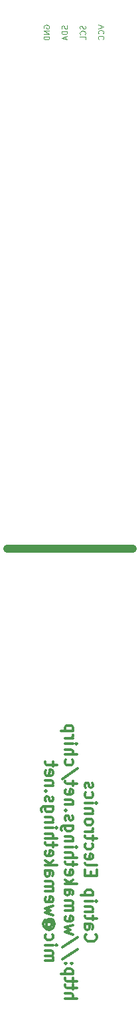
<source format=gbr>
G04 #@! TF.GenerationSoftware,KiCad,Pcbnew,6.0.0-rc1-unknown-0bceb69~66~ubuntu16.04.1*
G04 #@! TF.CreationDate,2018-12-05T15:47:40+02:00
G04 #@! TF.ProjectId,i2c-moist-sensor,6932632d-6d6f-4697-9374-2d73656e736f,rev?*
G04 #@! TF.SameCoordinates,Original*
G04 #@! TF.FileFunction,Legend,Bot*
G04 #@! TF.FilePolarity,Positive*
%FSLAX46Y46*%
G04 Gerber Fmt 4.6, Leading zero omitted, Abs format (unit mm)*
G04 Created by KiCad (PCBNEW 6.0.0-rc1-unknown-0bceb69~66~ubuntu16.04.1) date Wed 05 Dec 2018 03:47:40 PM EET*
%MOMM*%
%LPD*%
G04 APERTURE LIST*
%ADD10C,0.110000*%
%ADD11C,0.300000*%
%ADD12C,1.000000*%
%ADD13C,1.727200*%
%ADD14R,1.727200X1.727200*%
%ADD15O,1.500000X2.500000*%
%ADD16R,1.500000X2.500000*%
G04 APERTURE END LIST*
D10*
X91670000Y-24966666D02*
X91636666Y-24900000D01*
X91636666Y-24800000D01*
X91670000Y-24700000D01*
X91736666Y-24633333D01*
X91803333Y-24600000D01*
X91936666Y-24566666D01*
X92036666Y-24566666D01*
X92170000Y-24600000D01*
X92236666Y-24633333D01*
X92303333Y-24700000D01*
X92336666Y-24800000D01*
X92336666Y-24866666D01*
X92303333Y-24966666D01*
X92270000Y-25000000D01*
X92036666Y-25000000D01*
X92036666Y-24866666D01*
X92336666Y-25300000D02*
X91636666Y-25300000D01*
X92336666Y-25700000D01*
X91636666Y-25700000D01*
X92336666Y-26033333D02*
X91636666Y-26033333D01*
X91636666Y-26200000D01*
X91670000Y-26300000D01*
X91736666Y-26366666D01*
X91803333Y-26400000D01*
X91936666Y-26433333D01*
X92036666Y-26433333D01*
X92170000Y-26400000D01*
X92236666Y-26366666D01*
X92303333Y-26300000D01*
X92336666Y-26200000D01*
X92336666Y-26033333D01*
X94623333Y-24650000D02*
X94656666Y-24750000D01*
X94656666Y-24916666D01*
X94623333Y-24983333D01*
X94590000Y-25016666D01*
X94523333Y-25050000D01*
X94456666Y-25050000D01*
X94390000Y-25016666D01*
X94356666Y-24983333D01*
X94323333Y-24916666D01*
X94290000Y-24783333D01*
X94256666Y-24716666D01*
X94223333Y-24683333D01*
X94156666Y-24650000D01*
X94090000Y-24650000D01*
X94023333Y-24683333D01*
X93990000Y-24716666D01*
X93956666Y-24783333D01*
X93956666Y-24950000D01*
X93990000Y-25050000D01*
X94656666Y-25350000D02*
X93956666Y-25350000D01*
X93956666Y-25516666D01*
X93990000Y-25616666D01*
X94056666Y-25683333D01*
X94123333Y-25716666D01*
X94256666Y-25750000D01*
X94356666Y-25750000D01*
X94490000Y-25716666D01*
X94556666Y-25683333D01*
X94623333Y-25616666D01*
X94656666Y-25516666D01*
X94656666Y-25350000D01*
X94456666Y-26016666D02*
X94456666Y-26350000D01*
X94656666Y-25950000D02*
X93956666Y-26183333D01*
X94656666Y-26416666D01*
X96943333Y-24666666D02*
X96976666Y-24766666D01*
X96976666Y-24933333D01*
X96943333Y-25000000D01*
X96910000Y-25033333D01*
X96843333Y-25066666D01*
X96776666Y-25066666D01*
X96710000Y-25033333D01*
X96676666Y-25000000D01*
X96643333Y-24933333D01*
X96610000Y-24800000D01*
X96576666Y-24733333D01*
X96543333Y-24700000D01*
X96476666Y-24666666D01*
X96410000Y-24666666D01*
X96343333Y-24700000D01*
X96310000Y-24733333D01*
X96276666Y-24800000D01*
X96276666Y-24966666D01*
X96310000Y-25066666D01*
X96910000Y-25766666D02*
X96943333Y-25733333D01*
X96976666Y-25633333D01*
X96976666Y-25566666D01*
X96943333Y-25466666D01*
X96876666Y-25400000D01*
X96810000Y-25366666D01*
X96676666Y-25333333D01*
X96576666Y-25333333D01*
X96443333Y-25366666D01*
X96376666Y-25400000D01*
X96310000Y-25466666D01*
X96276666Y-25566666D01*
X96276666Y-25633333D01*
X96310000Y-25733333D01*
X96343333Y-25766666D01*
X96976666Y-26400000D02*
X96976666Y-26066666D01*
X96276666Y-26066666D01*
X98596666Y-24566666D02*
X99296666Y-24800000D01*
X98596666Y-25033333D01*
X99230000Y-25666666D02*
X99263333Y-25633333D01*
X99296666Y-25533333D01*
X99296666Y-25466666D01*
X99263333Y-25366666D01*
X99196666Y-25300000D01*
X99130000Y-25266666D01*
X98996666Y-25233333D01*
X98896666Y-25233333D01*
X98763333Y-25266666D01*
X98696666Y-25300000D01*
X98630000Y-25366666D01*
X98596666Y-25466666D01*
X98596666Y-25533333D01*
X98630000Y-25633333D01*
X98663333Y-25666666D01*
X99230000Y-26366666D02*
X99263333Y-26333333D01*
X99296666Y-26233333D01*
X99296666Y-26166666D01*
X99263333Y-26066666D01*
X99196666Y-26000000D01*
X99130000Y-25966666D01*
X98996666Y-25933333D01*
X98896666Y-25933333D01*
X98763333Y-25966666D01*
X98696666Y-26000000D01*
X98630000Y-26066666D01*
X98596666Y-26166666D01*
X98596666Y-26233333D01*
X98630000Y-26333333D01*
X98663333Y-26366666D01*
D11*
X97064285Y-139892857D02*
X96992857Y-139964285D01*
X96921428Y-140178571D01*
X96921428Y-140321428D01*
X96992857Y-140535714D01*
X97135714Y-140678571D01*
X97278571Y-140750000D01*
X97564285Y-140821428D01*
X97778571Y-140821428D01*
X98064285Y-140750000D01*
X98207142Y-140678571D01*
X98350000Y-140535714D01*
X98421428Y-140321428D01*
X98421428Y-140178571D01*
X98350000Y-139964285D01*
X98278571Y-139892857D01*
X96921428Y-138607142D02*
X97707142Y-138607142D01*
X97850000Y-138678571D01*
X97921428Y-138821428D01*
X97921428Y-139107142D01*
X97850000Y-139250000D01*
X96992857Y-138607142D02*
X96921428Y-138750000D01*
X96921428Y-139107142D01*
X96992857Y-139250000D01*
X97135714Y-139321428D01*
X97278571Y-139321428D01*
X97421428Y-139250000D01*
X97492857Y-139107142D01*
X97492857Y-138750000D01*
X97564285Y-138607142D01*
X97921428Y-138107142D02*
X97921428Y-137535714D01*
X98421428Y-137892857D02*
X97135714Y-137892857D01*
X96992857Y-137821428D01*
X96921428Y-137678571D01*
X96921428Y-137535714D01*
X97921428Y-137035714D02*
X96921428Y-137035714D01*
X97778571Y-137035714D02*
X97850000Y-136964285D01*
X97921428Y-136821428D01*
X97921428Y-136607142D01*
X97850000Y-136464285D01*
X97707142Y-136392857D01*
X96921428Y-136392857D01*
X96921428Y-135678571D02*
X97921428Y-135678571D01*
X98421428Y-135678571D02*
X98350000Y-135750000D01*
X98278571Y-135678571D01*
X98350000Y-135607142D01*
X98421428Y-135678571D01*
X98278571Y-135678571D01*
X97921428Y-134964285D02*
X96421428Y-134964285D01*
X97850000Y-134964285D02*
X97921428Y-134821428D01*
X97921428Y-134535714D01*
X97850000Y-134392857D01*
X97778571Y-134321428D01*
X97635714Y-134250000D01*
X97207142Y-134250000D01*
X97064285Y-134321428D01*
X96992857Y-134392857D01*
X96921428Y-134535714D01*
X96921428Y-134821428D01*
X96992857Y-134964285D01*
X97707142Y-132464285D02*
X97707142Y-131964285D01*
X96921428Y-131750000D02*
X96921428Y-132464285D01*
X98421428Y-132464285D01*
X98421428Y-131750000D01*
X96921428Y-130892857D02*
X96992857Y-131035714D01*
X97135714Y-131107142D01*
X98421428Y-131107142D01*
X96992857Y-129750000D02*
X96921428Y-129892857D01*
X96921428Y-130178571D01*
X96992857Y-130321428D01*
X97135714Y-130392857D01*
X97707142Y-130392857D01*
X97850000Y-130321428D01*
X97921428Y-130178571D01*
X97921428Y-129892857D01*
X97850000Y-129750000D01*
X97707142Y-129678571D01*
X97564285Y-129678571D01*
X97421428Y-130392857D01*
X96992857Y-128392857D02*
X96921428Y-128535714D01*
X96921428Y-128821428D01*
X96992857Y-128964285D01*
X97064285Y-129035714D01*
X97207142Y-129107142D01*
X97635714Y-129107142D01*
X97778571Y-129035714D01*
X97850000Y-128964285D01*
X97921428Y-128821428D01*
X97921428Y-128535714D01*
X97850000Y-128392857D01*
X97921428Y-127964285D02*
X97921428Y-127392857D01*
X98421428Y-127750000D02*
X97135714Y-127750000D01*
X96992857Y-127678571D01*
X96921428Y-127535714D01*
X96921428Y-127392857D01*
X96921428Y-126892857D02*
X97921428Y-126892857D01*
X97635714Y-126892857D02*
X97778571Y-126821428D01*
X97850000Y-126750000D01*
X97921428Y-126607142D01*
X97921428Y-126464285D01*
X96921428Y-125750000D02*
X96992857Y-125892857D01*
X97064285Y-125964285D01*
X97207142Y-126035714D01*
X97635714Y-126035714D01*
X97778571Y-125964285D01*
X97850000Y-125892857D01*
X97921428Y-125750000D01*
X97921428Y-125535714D01*
X97850000Y-125392857D01*
X97778571Y-125321428D01*
X97635714Y-125250000D01*
X97207142Y-125250000D01*
X97064285Y-125321428D01*
X96992857Y-125392857D01*
X96921428Y-125535714D01*
X96921428Y-125750000D01*
X97921428Y-124607142D02*
X96921428Y-124607142D01*
X97778571Y-124607142D02*
X97850000Y-124535714D01*
X97921428Y-124392857D01*
X97921428Y-124178571D01*
X97850000Y-124035714D01*
X97707142Y-123964285D01*
X96921428Y-123964285D01*
X96921428Y-123250000D02*
X97921428Y-123250000D01*
X98421428Y-123250000D02*
X98350000Y-123321428D01*
X98278571Y-123250000D01*
X98350000Y-123178571D01*
X98421428Y-123250000D01*
X98278571Y-123250000D01*
X96992857Y-121892857D02*
X96921428Y-122035714D01*
X96921428Y-122321428D01*
X96992857Y-122464285D01*
X97064285Y-122535714D01*
X97207142Y-122607142D01*
X97635714Y-122607142D01*
X97778571Y-122535714D01*
X97850000Y-122464285D01*
X97921428Y-122321428D01*
X97921428Y-122035714D01*
X97850000Y-121892857D01*
X96992857Y-121321428D02*
X96921428Y-121178571D01*
X96921428Y-120892857D01*
X96992857Y-120750000D01*
X97135714Y-120678571D01*
X97207142Y-120678571D01*
X97350000Y-120750000D01*
X97421428Y-120892857D01*
X97421428Y-121107142D01*
X97492857Y-121250000D01*
X97635714Y-121321428D01*
X97707142Y-121321428D01*
X97850000Y-121250000D01*
X97921428Y-121107142D01*
X97921428Y-120892857D01*
X97850000Y-120750000D01*
X94371428Y-148035714D02*
X95871428Y-148035714D01*
X94371428Y-147392857D02*
X95157142Y-147392857D01*
X95300000Y-147464285D01*
X95371428Y-147607142D01*
X95371428Y-147821428D01*
X95300000Y-147964285D01*
X95228571Y-148035714D01*
X95371428Y-146892857D02*
X95371428Y-146321428D01*
X95871428Y-146678571D02*
X94585714Y-146678571D01*
X94442857Y-146607142D01*
X94371428Y-146464285D01*
X94371428Y-146321428D01*
X95371428Y-146035714D02*
X95371428Y-145464285D01*
X95871428Y-145821428D02*
X94585714Y-145821428D01*
X94442857Y-145750000D01*
X94371428Y-145607142D01*
X94371428Y-145464285D01*
X95371428Y-144964285D02*
X93871428Y-144964285D01*
X95300000Y-144964285D02*
X95371428Y-144821428D01*
X95371428Y-144535714D01*
X95300000Y-144392857D01*
X95228571Y-144321428D01*
X95085714Y-144250000D01*
X94657142Y-144250000D01*
X94514285Y-144321428D01*
X94442857Y-144392857D01*
X94371428Y-144535714D01*
X94371428Y-144821428D01*
X94442857Y-144964285D01*
X94514285Y-143607142D02*
X94442857Y-143535714D01*
X94371428Y-143607142D01*
X94442857Y-143678571D01*
X94514285Y-143607142D01*
X94371428Y-143607142D01*
X95300000Y-143607142D02*
X95228571Y-143535714D01*
X95157142Y-143607142D01*
X95228571Y-143678571D01*
X95300000Y-143607142D01*
X95157142Y-143607142D01*
X95942857Y-141821428D02*
X94014285Y-143107142D01*
X95942857Y-140250000D02*
X94014285Y-141535714D01*
X95371428Y-139892857D02*
X94371428Y-139607142D01*
X95085714Y-139321428D01*
X94371428Y-139035714D01*
X95371428Y-138750000D01*
X94442857Y-137607142D02*
X94371428Y-137750000D01*
X94371428Y-138035714D01*
X94442857Y-138178571D01*
X94585714Y-138250000D01*
X95157142Y-138250000D01*
X95300000Y-138178571D01*
X95371428Y-138035714D01*
X95371428Y-137750000D01*
X95300000Y-137607142D01*
X95157142Y-137535714D01*
X95014285Y-137535714D01*
X94871428Y-138250000D01*
X94371428Y-136892857D02*
X95371428Y-136892857D01*
X95228571Y-136892857D02*
X95300000Y-136821428D01*
X95371428Y-136678571D01*
X95371428Y-136464285D01*
X95300000Y-136321428D01*
X95157142Y-136250000D01*
X94371428Y-136250000D01*
X95157142Y-136250000D02*
X95300000Y-136178571D01*
X95371428Y-136035714D01*
X95371428Y-135821428D01*
X95300000Y-135678571D01*
X95157142Y-135607142D01*
X94371428Y-135607142D01*
X94371428Y-134250000D02*
X95157142Y-134250000D01*
X95300000Y-134321428D01*
X95371428Y-134464285D01*
X95371428Y-134750000D01*
X95300000Y-134892857D01*
X94442857Y-134250000D02*
X94371428Y-134392857D01*
X94371428Y-134750000D01*
X94442857Y-134892857D01*
X94585714Y-134964285D01*
X94728571Y-134964285D01*
X94871428Y-134892857D01*
X94942857Y-134750000D01*
X94942857Y-134392857D01*
X95014285Y-134250000D01*
X94371428Y-133535714D02*
X95871428Y-133535714D01*
X94942857Y-133392857D02*
X94371428Y-132964285D01*
X95371428Y-132964285D02*
X94800000Y-133535714D01*
X94442857Y-131750000D02*
X94371428Y-131892857D01*
X94371428Y-132178571D01*
X94442857Y-132321428D01*
X94585714Y-132392857D01*
X95157142Y-132392857D01*
X95300000Y-132321428D01*
X95371428Y-132178571D01*
X95371428Y-131892857D01*
X95300000Y-131750000D01*
X95157142Y-131678571D01*
X95014285Y-131678571D01*
X94871428Y-132392857D01*
X95371428Y-131250000D02*
X95371428Y-130678571D01*
X95871428Y-131035714D02*
X94585714Y-131035714D01*
X94442857Y-130964285D01*
X94371428Y-130821428D01*
X94371428Y-130678571D01*
X94371428Y-130178571D02*
X95871428Y-130178571D01*
X94371428Y-129535714D02*
X95157142Y-129535714D01*
X95300000Y-129607142D01*
X95371428Y-129750000D01*
X95371428Y-129964285D01*
X95300000Y-130107142D01*
X95228571Y-130178571D01*
X94371428Y-128821428D02*
X95371428Y-128821428D01*
X95871428Y-128821428D02*
X95800000Y-128892857D01*
X95728571Y-128821428D01*
X95800000Y-128750000D01*
X95871428Y-128821428D01*
X95728571Y-128821428D01*
X95371428Y-128107142D02*
X94371428Y-128107142D01*
X95228571Y-128107142D02*
X95300000Y-128035714D01*
X95371428Y-127892857D01*
X95371428Y-127678571D01*
X95300000Y-127535714D01*
X95157142Y-127464285D01*
X94371428Y-127464285D01*
X95371428Y-126107142D02*
X94157142Y-126107142D01*
X94014285Y-126178571D01*
X93942857Y-126250000D01*
X93871428Y-126392857D01*
X93871428Y-126607142D01*
X93942857Y-126750000D01*
X94442857Y-126107142D02*
X94371428Y-126250000D01*
X94371428Y-126535714D01*
X94442857Y-126678571D01*
X94514285Y-126750000D01*
X94657142Y-126821428D01*
X95085714Y-126821428D01*
X95228571Y-126750000D01*
X95300000Y-126678571D01*
X95371428Y-126535714D01*
X95371428Y-126250000D01*
X95300000Y-126107142D01*
X94442857Y-125464285D02*
X94371428Y-125321428D01*
X94371428Y-125035714D01*
X94442857Y-124892857D01*
X94585714Y-124821428D01*
X94657142Y-124821428D01*
X94800000Y-124892857D01*
X94871428Y-125035714D01*
X94871428Y-125250000D01*
X94942857Y-125392857D01*
X95085714Y-125464285D01*
X95157142Y-125464285D01*
X95300000Y-125392857D01*
X95371428Y-125250000D01*
X95371428Y-125035714D01*
X95300000Y-124892857D01*
X94514285Y-124178571D02*
X94442857Y-124107142D01*
X94371428Y-124178571D01*
X94442857Y-124250000D01*
X94514285Y-124178571D01*
X94371428Y-124178571D01*
X95371428Y-123464285D02*
X94371428Y-123464285D01*
X95228571Y-123464285D02*
X95300000Y-123392857D01*
X95371428Y-123250000D01*
X95371428Y-123035714D01*
X95300000Y-122892857D01*
X95157142Y-122821428D01*
X94371428Y-122821428D01*
X94442857Y-121535714D02*
X94371428Y-121678571D01*
X94371428Y-121964285D01*
X94442857Y-122107142D01*
X94585714Y-122178571D01*
X95157142Y-122178571D01*
X95300000Y-122107142D01*
X95371428Y-121964285D01*
X95371428Y-121678571D01*
X95300000Y-121535714D01*
X95157142Y-121464285D01*
X95014285Y-121464285D01*
X94871428Y-122178571D01*
X95371428Y-121035714D02*
X95371428Y-120464285D01*
X95871428Y-120821428D02*
X94585714Y-120821428D01*
X94442857Y-120750000D01*
X94371428Y-120607142D01*
X94371428Y-120464285D01*
X95942857Y-118892857D02*
X94014285Y-120178571D01*
X94442857Y-117750000D02*
X94371428Y-117892857D01*
X94371428Y-118178571D01*
X94442857Y-118321428D01*
X94514285Y-118392857D01*
X94657142Y-118464285D01*
X95085714Y-118464285D01*
X95228571Y-118392857D01*
X95300000Y-118321428D01*
X95371428Y-118178571D01*
X95371428Y-117892857D01*
X95300000Y-117750000D01*
X94371428Y-117107142D02*
X95871428Y-117107142D01*
X94371428Y-116464285D02*
X95157142Y-116464285D01*
X95300000Y-116535714D01*
X95371428Y-116678571D01*
X95371428Y-116892857D01*
X95300000Y-117035714D01*
X95228571Y-117107142D01*
X94371428Y-115750000D02*
X95371428Y-115750000D01*
X95871428Y-115750000D02*
X95800000Y-115821428D01*
X95728571Y-115750000D01*
X95800000Y-115678571D01*
X95871428Y-115750000D01*
X95728571Y-115750000D01*
X94371428Y-115035714D02*
X95371428Y-115035714D01*
X95085714Y-115035714D02*
X95228571Y-114964285D01*
X95300000Y-114892857D01*
X95371428Y-114750000D01*
X95371428Y-114607142D01*
X95371428Y-114107142D02*
X93871428Y-114107142D01*
X95300000Y-114107142D02*
X95371428Y-113964285D01*
X95371428Y-113678571D01*
X95300000Y-113535714D01*
X95228571Y-113464285D01*
X95085714Y-113392857D01*
X94657142Y-113392857D01*
X94514285Y-113464285D01*
X94442857Y-113535714D01*
X94371428Y-113678571D01*
X94371428Y-113964285D01*
X94442857Y-114107142D01*
X91821428Y-143250000D02*
X92821428Y-143250000D01*
X92678571Y-143250000D02*
X92750000Y-143178571D01*
X92821428Y-143035714D01*
X92821428Y-142821428D01*
X92750000Y-142678571D01*
X92607142Y-142607142D01*
X91821428Y-142607142D01*
X92607142Y-142607142D02*
X92750000Y-142535714D01*
X92821428Y-142392857D01*
X92821428Y-142178571D01*
X92750000Y-142035714D01*
X92607142Y-141964285D01*
X91821428Y-141964285D01*
X91821428Y-141250000D02*
X92821428Y-141250000D01*
X93321428Y-141250000D02*
X93250000Y-141321428D01*
X93178571Y-141250000D01*
X93250000Y-141178571D01*
X93321428Y-141250000D01*
X93178571Y-141250000D01*
X91892857Y-139892857D02*
X91821428Y-140035714D01*
X91821428Y-140321428D01*
X91892857Y-140464285D01*
X91964285Y-140535714D01*
X92107142Y-140607142D01*
X92535714Y-140607142D01*
X92678571Y-140535714D01*
X92750000Y-140464285D01*
X92821428Y-140321428D01*
X92821428Y-140035714D01*
X92750000Y-139892857D01*
X92535714Y-138321428D02*
X92607142Y-138392857D01*
X92678571Y-138535714D01*
X92678571Y-138678571D01*
X92607142Y-138821428D01*
X92535714Y-138892857D01*
X92392857Y-138964285D01*
X92250000Y-138964285D01*
X92107142Y-138892857D01*
X92035714Y-138821428D01*
X91964285Y-138678571D01*
X91964285Y-138535714D01*
X92035714Y-138392857D01*
X92107142Y-138321428D01*
X92678571Y-138321428D02*
X92107142Y-138321428D01*
X92035714Y-138250000D01*
X92035714Y-138178571D01*
X92107142Y-138035714D01*
X92250000Y-137964285D01*
X92607142Y-137964285D01*
X92821428Y-138107142D01*
X92964285Y-138321428D01*
X93035714Y-138607142D01*
X92964285Y-138892857D01*
X92821428Y-139107142D01*
X92607142Y-139250000D01*
X92321428Y-139321428D01*
X92035714Y-139250000D01*
X91821428Y-139107142D01*
X91678571Y-138892857D01*
X91607142Y-138607142D01*
X91678571Y-138321428D01*
X91821428Y-138107142D01*
X92821428Y-137464285D02*
X91821428Y-137178571D01*
X92535714Y-136892857D01*
X91821428Y-136607142D01*
X92821428Y-136321428D01*
X91892857Y-135178571D02*
X91821428Y-135321428D01*
X91821428Y-135607142D01*
X91892857Y-135750000D01*
X92035714Y-135821428D01*
X92607142Y-135821428D01*
X92750000Y-135750000D01*
X92821428Y-135607142D01*
X92821428Y-135321428D01*
X92750000Y-135178571D01*
X92607142Y-135107142D01*
X92464285Y-135107142D01*
X92321428Y-135821428D01*
X91821428Y-134464285D02*
X92821428Y-134464285D01*
X92678571Y-134464285D02*
X92750000Y-134392857D01*
X92821428Y-134250000D01*
X92821428Y-134035714D01*
X92750000Y-133892857D01*
X92607142Y-133821428D01*
X91821428Y-133821428D01*
X92607142Y-133821428D02*
X92750000Y-133750000D01*
X92821428Y-133607142D01*
X92821428Y-133392857D01*
X92750000Y-133250000D01*
X92607142Y-133178571D01*
X91821428Y-133178571D01*
X91821428Y-131821428D02*
X92607142Y-131821428D01*
X92750000Y-131892857D01*
X92821428Y-132035714D01*
X92821428Y-132321428D01*
X92750000Y-132464285D01*
X91892857Y-131821428D02*
X91821428Y-131964285D01*
X91821428Y-132321428D01*
X91892857Y-132464285D01*
X92035714Y-132535714D01*
X92178571Y-132535714D01*
X92321428Y-132464285D01*
X92392857Y-132321428D01*
X92392857Y-131964285D01*
X92464285Y-131821428D01*
X91821428Y-131107142D02*
X93321428Y-131107142D01*
X92392857Y-130964285D02*
X91821428Y-130535714D01*
X92821428Y-130535714D02*
X92250000Y-131107142D01*
X91892857Y-129321428D02*
X91821428Y-129464285D01*
X91821428Y-129750000D01*
X91892857Y-129892857D01*
X92035714Y-129964285D01*
X92607142Y-129964285D01*
X92750000Y-129892857D01*
X92821428Y-129750000D01*
X92821428Y-129464285D01*
X92750000Y-129321428D01*
X92607142Y-129250000D01*
X92464285Y-129250000D01*
X92321428Y-129964285D01*
X92821428Y-128821428D02*
X92821428Y-128250000D01*
X93321428Y-128607142D02*
X92035714Y-128607142D01*
X91892857Y-128535714D01*
X91821428Y-128392857D01*
X91821428Y-128250000D01*
X91821428Y-127750000D02*
X93321428Y-127750000D01*
X91821428Y-127107142D02*
X92607142Y-127107142D01*
X92750000Y-127178571D01*
X92821428Y-127321428D01*
X92821428Y-127535714D01*
X92750000Y-127678571D01*
X92678571Y-127750000D01*
X91821428Y-126392857D02*
X92821428Y-126392857D01*
X93321428Y-126392857D02*
X93250000Y-126464285D01*
X93178571Y-126392857D01*
X93250000Y-126321428D01*
X93321428Y-126392857D01*
X93178571Y-126392857D01*
X92821428Y-125678571D02*
X91821428Y-125678571D01*
X92678571Y-125678571D02*
X92750000Y-125607142D01*
X92821428Y-125464285D01*
X92821428Y-125250000D01*
X92750000Y-125107142D01*
X92607142Y-125035714D01*
X91821428Y-125035714D01*
X92821428Y-123678571D02*
X91607142Y-123678571D01*
X91464285Y-123750000D01*
X91392857Y-123821428D01*
X91321428Y-123964285D01*
X91321428Y-124178571D01*
X91392857Y-124321428D01*
X91892857Y-123678571D02*
X91821428Y-123821428D01*
X91821428Y-124107142D01*
X91892857Y-124250000D01*
X91964285Y-124321428D01*
X92107142Y-124392857D01*
X92535714Y-124392857D01*
X92678571Y-124321428D01*
X92750000Y-124250000D01*
X92821428Y-124107142D01*
X92821428Y-123821428D01*
X92750000Y-123678571D01*
X91892857Y-123035714D02*
X91821428Y-122892857D01*
X91821428Y-122607142D01*
X91892857Y-122464285D01*
X92035714Y-122392857D01*
X92107142Y-122392857D01*
X92250000Y-122464285D01*
X92321428Y-122607142D01*
X92321428Y-122821428D01*
X92392857Y-122964285D01*
X92535714Y-123035714D01*
X92607142Y-123035714D01*
X92750000Y-122964285D01*
X92821428Y-122821428D01*
X92821428Y-122607142D01*
X92750000Y-122464285D01*
X91964285Y-121750000D02*
X91892857Y-121678571D01*
X91821428Y-121750000D01*
X91892857Y-121821428D01*
X91964285Y-121750000D01*
X91821428Y-121750000D01*
X92821428Y-121035714D02*
X91821428Y-121035714D01*
X92678571Y-121035714D02*
X92750000Y-120964285D01*
X92821428Y-120821428D01*
X92821428Y-120607142D01*
X92750000Y-120464285D01*
X92607142Y-120392857D01*
X91821428Y-120392857D01*
X91892857Y-119107142D02*
X91821428Y-119250000D01*
X91821428Y-119535714D01*
X91892857Y-119678571D01*
X92035714Y-119750000D01*
X92607142Y-119750000D01*
X92750000Y-119678571D01*
X92821428Y-119535714D01*
X92821428Y-119250000D01*
X92750000Y-119107142D01*
X92607142Y-119035714D01*
X92464285Y-119035714D01*
X92321428Y-119750000D01*
X92821428Y-118607142D02*
X92821428Y-118035714D01*
X93321428Y-118392857D02*
X92035714Y-118392857D01*
X91892857Y-118321428D01*
X91821428Y-118178571D01*
X91821428Y-118035714D01*
D12*
X87000000Y-91000000D02*
X103000000Y-91000000D01*
%LPC*%
D13*
G04 #@! TO.C,P1*
X95460000Y-41730000D03*
X95460000Y-44270000D03*
X98000000Y-41730000D03*
X98000000Y-44270000D03*
X100540000Y-41730000D03*
D14*
X100540000Y-44270000D03*
G04 #@! TD*
D15*
G04 #@! TO.C,P2*
X99120000Y-22500000D03*
X96580000Y-22500000D03*
X94040000Y-22500000D03*
D16*
X91500000Y-22500000D03*
G04 #@! TD*
M02*

</source>
